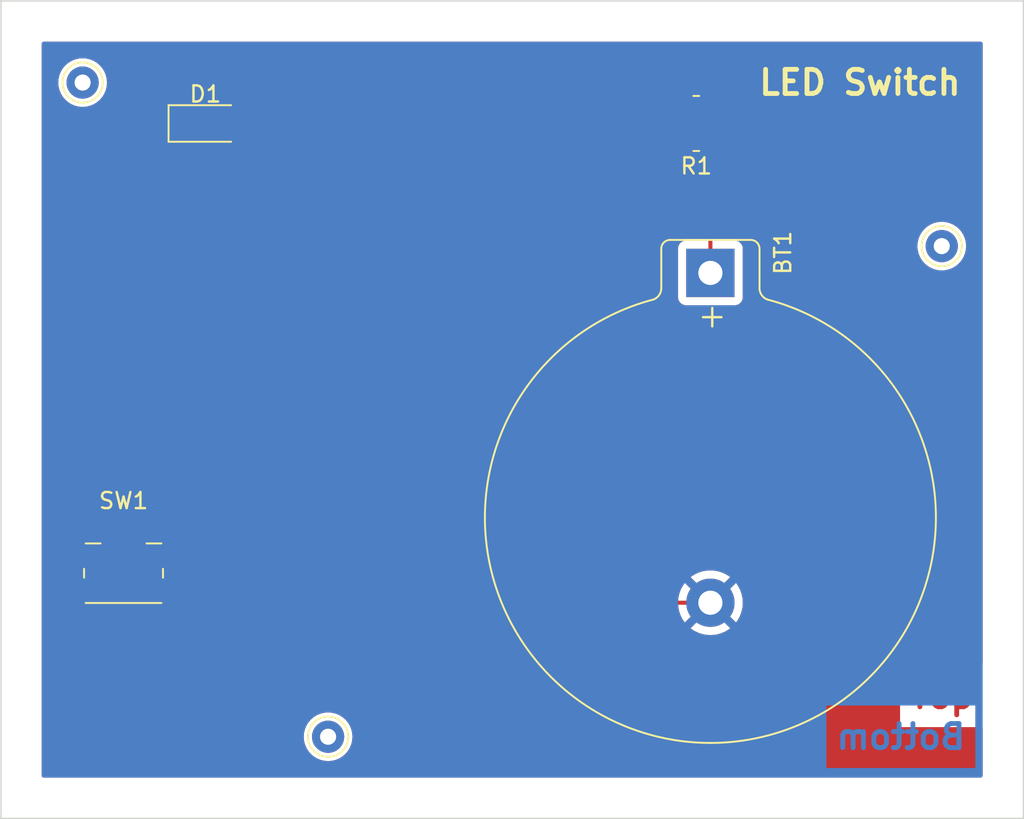
<source format=kicad_pcb>
(kicad_pcb (version 20211014) (generator pcbnew)
  (layers (0 "F.Cu" signal) (31 "B.Cu" signal) (34 "B.Paste" user) (35 "F.Paste" user) (36 "B.SilkS" user "B.Silkscreen") (37 "F.SilkS" user "F.Silkscreen") (38 "B.Mask" user) (39 "F.Mask" user) (44 "Edge.Cuts" user))
  (net 0 "")
  (net 1 "GND")
  (net 2 "Net-(D1-Pad1)")
  (net 3 "Net-(D1-Pad2)")
  (net 4 "+5V")
  (footprint "Button_Switch_SMD:Panasonic_EVQPUK_EVQPUB" (layer "F.Cu") (at 53.34 78.74)
    (fp_text reference "SW1" (at 0 -4.5) (layer "F.SilkS"))
    (fp_text value "SW_Push")
    (fp_line (start 2.35 -1.85) (end 1.425 -1.85) (layer "F.SilkS") (width 0.12))
    (fp_line (start 2.35 1.85) (end -2.35 1.85) (layer "F.SilkS") (width 0.12))
    (fp_line (start -1.425 -1.85) (end -2.35 -1.85) (layer "F.SilkS") (width 0.12))
    (fp_line (start 2.45 0.275) (end 2.45 -0.275) (layer "F.SilkS") (width 0.12))
    (fp_line (start -2.45 0.275) (end -2.45 -0.275) (layer "F.SilkS") (width 0.12))
    (pad "1" smd rect (at 2.575 -0.85 180) (size 1.45 1) (layers "F.Cu" "F.Paste" "F.Mask") (net 2 "Net-(D1-Pad1)"))
    (pad "1" smd rect (at -2.575 -0.85 180) (size 1.45 1) (layers "F.Cu" "F.Paste" "F.Mask") (net 2 "Net-(D1-Pad1)"))
    (pad "2" smd rect (at -2.575 0.85 180) (size 1.45 1) (layers "F.Cu" "F.Paste" "F.Mask") (net 1 "GND"))
    (pad "2" smd rect (at 2.575 0.85 180) (size 1.45 1) (layers "F.Cu" "F.Paste" "F.Mask") (net 1 "GND"))
  )
  (footprint "LED_SMD:LED_1206_3216Metric" (layer "F.Cu") (at 58.42 50.8)
    (fp_text reference "D1" (at 0 -1.82) (layer "F.SilkS"))
    (fp_text value "LED")
    (fp_line (start -2.285 1.135) (end 1.6 1.135) (layer "F.SilkS") (width 0.12))
    (fp_line (start -2.285 -1.135) (end -2.285 1.135) (layer "F.SilkS") (width 0.12))
    (fp_line (start 1.6 -1.135) (end -2.285 -1.135) (layer "F.SilkS") (width 0.12))
    (pad "1" smd roundrect (at -1.4 0) (size 1.25 1.75) (layers "F.Cu" "F.Paste" "F.Mask") (roundrect_rratio 0.2) (net 2 "Net-(D1-Pad1)"))
    (pad "2" smd roundrect (at 1.4 0) (size 1.25 1.75) (layers "F.Cu" "F.Paste" "F.Mask") (roundrect_rratio 0.2) (net 3 "Net-(D1-Pad2)"))
  )
  (footprint "Connector_Pin:Pin_D1.0mm_L10.0mm" (layer "F.Cu") (at 66.04 88.9)
    (fp_text reference "REF**" hide)
    (fp_text value "Pin_D1.0mm_L10.0mm" hide)
    (fp_circle (center 0 0) (end 1.25 0.05) (layer "F.SilkS") (width 0.12) (fill none))
    (pad "1" thru_hole circle (at 0 0) (size 2 2) (drill 1) (property pad_prop_castellated) (layers *.Cu *.Mask))
  )
  (footprint "Battery:BatteryHolder_Keystone_107_1x23mm" (layer "F.Cu") (at 89.776081 60.08392 -90)
    (fp_text reference "BT1" (at -1.25 -4.5 90) (layer "F.SilkS"))
    (fp_text value "Battery")
    (fp_text user "+" (at 2.75 0 90) (layer "F.SilkS") (effects (font (size 1.5 1.5))))
    (fp_line (start -2.05 -2.5) (end -2.05 2.5) (layer "F.SilkS") (width 0.12))
    (fp_line (start 0.95 -3.05) (end -1.5 -3.05) (layer "F.SilkS") (width 0.12))
    (fp_line (start -1.5 3.05) (end 0.95 3.05) (layer "F.SilkS") (width 0.12))
    (fp_arc (start 0.95 3.05) (mid 1.380182 3.185636) (end 1.654769 3.543485) (layer "F.SilkS") (width 0.12))
    (fp_arc (start 1.65 -3.52) (mid 16.981862 -13.885887) (end 29.199738 0.015231) (layer "F.SilkS") (width 0.12))
    (fp_arc (start 1.654769 -3.543485) (mid 1.380182 -3.185636) (end 0.95 -3.05) (layer "F.SilkS") (width 0.12))
    (fp_arc (start -2.05 -2.5) (mid -1.888909 -2.888909) (end -1.5 -3.05) (layer "F.SilkS") (width 0.12))
    (fp_arc (start -1.5 3.05) (mid -1.888909 2.888909) (end -2.05 2.5) (layer "F.SilkS") (width 0.12))
    (fp_arc (start 29.199738 -0.015231) (mid 16.981862 13.885887) (end 1.65 3.52) (layer "F.SilkS") (width 0.12))
    (pad "1" thru_hole rect (at 0 0 270) (size 3 3) (drill 1.5) (layers *.Cu *.Mask) (net 4 "+5V"))
    (pad "2" thru_hole circle (at 20.49 0 270) (size 3 3) (drill 1.5) (layers *.Cu *.Mask) (net 1 "GND"))
  )
  (footprint "Resistor_SMD:R_0612_1632Metric" (layer "F.Cu") (at 88.9 50.8 180)
    (fp_text reference "R1" (at 0 -2.65) (layer "F.SilkS"))
    (fp_text value "1k")
    (fp_line (start -0.182983 1.71) (end 0.182983 1.71) (layer "F.SilkS") (width 0.12))
    (fp_line (start -0.182983 -1.71) (end 0.182983 -1.71) (layer "F.SilkS") (width 0.12))
    (pad "1" smd roundrect (at -0.75 0 180) (size 1 3.4) (layers "F.Cu" "F.Paste" "F.Mask") (net 4 "+5V"))
    (pad "2" smd roundrect (at 0.75 0 180) (size 1 3.4) (layers "F.Cu" "F.Paste" "F.Mask") (net 3 "Net-(D1-Pad2)"))
  )
  (footprint "Connector_Pin:Pin_D1.0mm_L10.0mm" (layer "F.Cu") (at 50.8 48.26)
    (fp_text reference "REF**" hide)
    (fp_text value "Pin_D1.0mm_L10.0mm" hide)
    (fp_circle (center 0 0) (end 1.25 0.05) (layer "F.SilkS") (width 0.12) (fill none))
    (pad "1" thru_hole circle (at 0 0) (size 2 2) (drill 1) (property pad_prop_castellated) (layers *.Cu *.Mask))
  )
  (footprint "Connector_Pin:Pin_D1.0mm_L10.0mm" (layer "F.Cu") (at 104.14 58.42)
    (fp_text reference "REF**" hide)
    (fp_text value "Pin_D1.0mm_L10.0mm" hide)
    (fp_circle (center 0 0) (end 1.25 0.05) (layer "F.SilkS") (width 0.12) (fill none))
    (pad "1" thru_hole circle (at 0 0) (size 2 2) (drill 1) (property pad_prop_castellated) (layers *.Cu *.Mask))
  )
  (gr_rect (start 109.22 93.98) (end 45.72 43.18) (layer "Edge.Cuts") (width 0.1) (fill none))
  (gr_text "Top" (at 104.14 86.36) (layer "F.Cu") (effects (font (size 1.5 1.5) (thickness 0.3))))
  (gr_text "Bottom" (at 101.6 88.9) (layer "B.Cu") (effects (font (size 1.5 1.5) (thickness 0.3)) (justify mirror)))
  (gr_text "LED Switch" (at 99.06 48.26) (layer "F.SilkS") (effects (font (size 1.5 1.5) (thickness 0.3))))
  (segment (start 89.776081 80.57392) (end 56.89892 80.57392) (width 0.25) (layer "F.Cu") (net 1))
  (segment (start 56.89892 80.57392) (end 55.915 79.59) (width 0.25) (layer "F.Cu") (net 1))
  (segment (start 50.765 79.59) (end 55.915 79.59) (width 0.25) (layer "F.Cu") (net 1))
  (segment (start 57.02 50.8) (end 55.915 51.905) (width 0.25) (layer "F.Cu") (net 2))
  (segment (start 50.765 77.89) (end 55.915 77.89) (width 0.25) (layer "F.Cu") (net 2))
  (segment (start 55.915 51.905) (end 55.915 77.89) (width 0.25) (layer "F.Cu") (net 2))
  (segment (start 88.15 50.8) (end 59.82 50.8) (width 0.25) (layer "F.Cu") (net 3))
  (segment (start 89.65 50.8) (end 89.776081 50.926081) (width 0.25) (layer "F.Cu") (net 4))
  (segment (start 89.776081 50.926081) (end 89.776081 60.08392) (width 0.25) (layer "F.Cu") (net 4))
  (zone (net 1) (net_name "GND") (layer "F.Cu") (connect_pads (clearance 0.508)) (min_thickness 0.254) (fill yes (thermal_gap 0.508) (thermal_bridge_width 0.508))
    (polygon (pts (xy 106.68 91.44) (xy 48.26 91.44) (xy 48.26 45.72) (xy 106.68 45.72)))
  )
  (zone (net 1) (net_name "GND") (layer "B.Cu") (connect_pads (clearance 0.508)) (min_thickness 0.254) (fill yes (thermal_gap 0.508) (thermal_bridge_width 0.508))
    (polygon (pts (xy 106.68 91.44) (xy 48.26 91.44) (xy 48.26 45.72) (xy 106.68 45.72)))
  )
)
</source>
